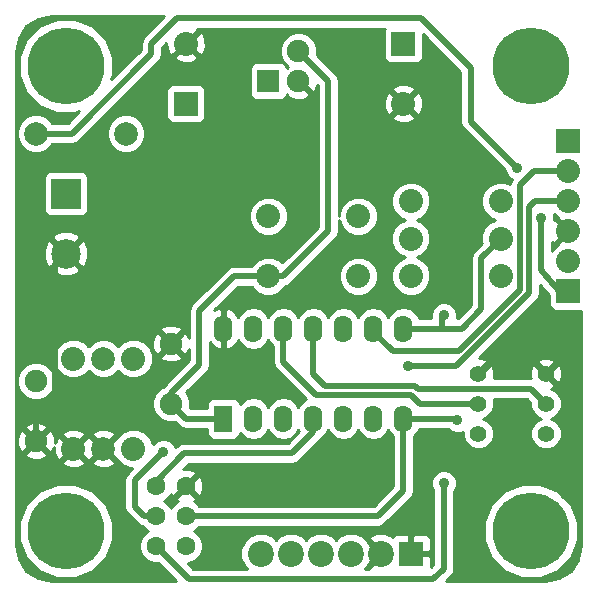
<source format=gtl>
G04 (created by PCBNEW (2013-07-07 BZR 4022)-stable) date 02/06/2014 16:55:50*
%MOIN*%
G04 Gerber Fmt 3.4, Leading zero omitted, Abs format*
%FSLAX34Y34*%
G01*
G70*
G90*
G04 APERTURE LIST*
%ADD10C,0.00590551*%
%ADD11C,0.08*%
%ADD12R,0.075X0.075*%
%ADD13C,0.075*%
%ADD14C,0.2559*%
%ADD15C,0.0551181*%
%ADD16R,0.08X0.08*%
%ADD17C,0.0787*%
%ADD18C,0.063*%
%ADD19R,0.0984X0.0984*%
%ADD20C,0.0984*%
%ADD21R,0.0827X0.0827*%
%ADD22C,0.0866*%
%ADD23R,0.062X0.09*%
%ADD24O,0.062X0.09*%
%ADD25C,0.035*%
%ADD26C,0.02*%
%ADD27C,0.01*%
G04 APERTURE END LIST*
G54D10*
G54D11*
X13750Y2000D03*
X13750Y4000D03*
X16750Y2000D03*
X16750Y4000D03*
G54D12*
X13750Y8500D03*
G54D13*
X14750Y8500D03*
X14750Y9500D03*
X6000Y-1500D03*
X6000Y-3500D03*
G54D14*
X7000Y9000D03*
X22500Y-6500D03*
X22500Y9000D03*
X7000Y-6500D03*
G54D15*
X20750Y-1250D03*
X20750Y-3250D03*
X20750Y-2250D03*
X23000Y-1250D03*
X23000Y-3250D03*
X23000Y-2250D03*
G54D13*
X10500Y-250D03*
X10500Y-2250D03*
G54D16*
X18250Y9750D03*
G54D11*
X18250Y7750D03*
G54D17*
X8250Y-750D03*
X8250Y-3750D03*
G54D16*
X11000Y7750D03*
G54D11*
X11000Y9750D03*
G54D17*
X9000Y6750D03*
X6000Y6750D03*
G54D18*
X10000Y-7000D03*
X11000Y-7000D03*
X10000Y-6000D03*
X11000Y-6000D03*
X10000Y-5000D03*
X11000Y-5000D03*
G54D19*
X7000Y4750D03*
G54D20*
X7000Y2750D03*
G54D21*
X18500Y-7250D03*
G54D22*
X17500Y-7250D03*
X16500Y-7250D03*
X15500Y-7250D03*
X14500Y-7250D03*
X13500Y-7250D03*
G54D16*
X23750Y6500D03*
G54D11*
X23750Y5500D03*
X23750Y4500D03*
X9250Y-750D03*
X9250Y-3750D03*
X7250Y-750D03*
X7250Y-3750D03*
X18500Y3250D03*
X21500Y3250D03*
X18500Y2000D03*
X21500Y2000D03*
X18500Y4500D03*
X21500Y4500D03*
G54D23*
X12250Y-2750D03*
G54D24*
X13250Y-2750D03*
X14250Y-2750D03*
X15250Y-2750D03*
X16250Y-2750D03*
X17250Y-2750D03*
X18250Y-2750D03*
X18250Y250D03*
X17250Y250D03*
X16250Y250D03*
X15250Y250D03*
X14250Y250D03*
X13250Y250D03*
X12250Y250D03*
G54D16*
X23750Y1500D03*
G54D11*
X23750Y2500D03*
X23750Y3500D03*
G54D25*
X23850Y-3350D03*
X19600Y-4900D03*
X19600Y700D03*
X20050Y-2800D03*
X22850Y3950D03*
X22050Y5600D03*
X18400Y-1000D03*
X10250Y-3850D03*
G54D26*
X12250Y-2750D02*
X11000Y-2750D01*
X11000Y-2750D02*
X10500Y-2250D01*
X10500Y-2250D02*
X10500Y-1900D01*
X10500Y-1900D02*
X11450Y-950D01*
X11450Y-950D02*
X11450Y850D01*
X11450Y850D02*
X12600Y2000D01*
X12600Y2000D02*
X13750Y2000D01*
X13750Y2000D02*
X14250Y2000D01*
X14250Y2000D02*
X15750Y3500D01*
X15750Y3500D02*
X15750Y8500D01*
X15750Y8500D02*
X14750Y9500D01*
X23900Y-2150D02*
X23000Y-1250D01*
X23900Y-3300D02*
X23900Y-2150D01*
X23850Y-3350D02*
X23900Y-3300D01*
X6000Y-3500D02*
X6000Y-2750D01*
X6650Y2400D02*
X7000Y2750D01*
X6650Y-2100D02*
X6650Y2400D01*
X6000Y-2750D02*
X6650Y-2100D01*
X11100Y-8100D02*
X10000Y-7000D01*
X19250Y-8100D02*
X11100Y-8100D01*
X19600Y-7750D02*
X19250Y-8100D01*
X19600Y-4900D02*
X19600Y-7750D01*
X19550Y250D02*
X19550Y650D01*
X19550Y650D02*
X19600Y700D01*
X18250Y250D02*
X19550Y250D01*
X19550Y250D02*
X20200Y250D01*
X20850Y2600D02*
X21500Y3250D01*
X20850Y900D02*
X20850Y2600D01*
X20200Y250D02*
X20850Y900D01*
X18250Y-2750D02*
X20000Y-2750D01*
X20000Y-2750D02*
X20050Y-2800D01*
X11000Y-6000D02*
X17400Y-6000D01*
X18250Y-5150D02*
X18250Y-2750D01*
X17400Y-6000D02*
X18250Y-5150D01*
X6000Y6750D02*
X7200Y6750D01*
X23450Y1500D02*
X23750Y1500D01*
X22836Y2188D02*
X23450Y1500D01*
X22850Y3950D02*
X22836Y2188D01*
X20500Y7150D02*
X22050Y5600D01*
X20500Y8950D02*
X20500Y7150D01*
X18850Y10600D02*
X20500Y8950D01*
X10700Y10600D02*
X18850Y10600D01*
X9850Y9750D02*
X10700Y10600D01*
X9850Y9400D02*
X9850Y9750D01*
X7200Y6750D02*
X9850Y9400D01*
X22450Y3600D02*
X22450Y4300D01*
X22650Y4500D02*
X23750Y4500D01*
X22450Y4300D02*
X22650Y4500D01*
X18400Y-1000D02*
X20000Y-1000D01*
X22450Y1450D02*
X22450Y3600D01*
X20000Y-1000D02*
X22450Y1450D01*
X15250Y250D02*
X15250Y-1250D01*
X22500Y-1750D02*
X23000Y-2250D01*
X18750Y-1750D02*
X22500Y-1750D01*
X18650Y-1650D02*
X18750Y-1750D01*
X15650Y-1650D02*
X18650Y-1650D01*
X15250Y-1250D02*
X15650Y-1650D01*
X14250Y250D02*
X14250Y-850D01*
X14250Y-850D02*
X15350Y-1950D01*
X20750Y-2250D02*
X18800Y-2250D01*
X18500Y-1950D02*
X15350Y-1950D01*
X18800Y-2250D02*
X18500Y-1950D01*
X10000Y-5000D02*
X10000Y-4850D01*
X15250Y-3200D02*
X15250Y-2750D01*
X14550Y-3900D02*
X15250Y-3200D01*
X10950Y-3900D02*
X14550Y-3900D01*
X10000Y-4850D02*
X10950Y-3900D01*
X22150Y4450D02*
X22150Y5050D01*
X22600Y5500D02*
X23750Y5500D01*
X22150Y5050D02*
X22600Y5500D01*
X21975Y1375D02*
X22150Y1550D01*
X22150Y1550D02*
X22150Y4450D01*
X20100Y-500D02*
X21975Y1375D01*
X17900Y-500D02*
X20100Y-500D01*
X9600Y-6000D02*
X10000Y-6000D01*
X9300Y-5700D02*
X9600Y-6000D01*
X9300Y-4800D02*
X9300Y-5700D01*
X10250Y-3850D02*
X9300Y-4800D01*
X17250Y250D02*
X17250Y150D01*
X17250Y150D02*
X17900Y-500D01*
G54D10*
G36*
X17900Y-5005D02*
X17255Y-5650D01*
X11569Y-5650D01*
X11569Y-5085D01*
X11559Y-4860D01*
X11493Y-4703D01*
X11396Y-4673D01*
X11070Y-5000D01*
X11396Y-5326D01*
X11493Y-5296D01*
X11569Y-5085D01*
X11569Y-5650D01*
X11448Y-5650D01*
X11320Y-5521D01*
X11275Y-5502D01*
X11296Y-5493D01*
X11326Y-5396D01*
X11000Y-5070D01*
X10673Y-5396D01*
X10703Y-5493D01*
X10725Y-5501D01*
X10680Y-5520D01*
X10521Y-5679D01*
X10500Y-5730D01*
X10479Y-5680D01*
X10320Y-5521D01*
X10269Y-5500D01*
X10319Y-5479D01*
X10478Y-5320D01*
X10497Y-5275D01*
X10506Y-5296D01*
X10603Y-5326D01*
X10929Y-5000D01*
X10923Y-4994D01*
X10994Y-4923D01*
X11000Y-4929D01*
X11326Y-4603D01*
X11296Y-4506D01*
X11085Y-4430D01*
X10906Y-4438D01*
X11094Y-4250D01*
X14550Y-4250D01*
X14683Y-4223D01*
X14683Y-4223D01*
X14797Y-4147D01*
X15497Y-3447D01*
X15497Y-3447D01*
X15497Y-3447D01*
X15556Y-3359D01*
X15645Y-3299D01*
X15750Y-3144D01*
X15854Y-3299D01*
X16035Y-3421D01*
X16250Y-3463D01*
X16464Y-3421D01*
X16645Y-3299D01*
X16750Y-3144D01*
X16854Y-3299D01*
X17035Y-3421D01*
X17250Y-3463D01*
X17464Y-3421D01*
X17645Y-3299D01*
X17750Y-3144D01*
X17854Y-3299D01*
X17900Y-3330D01*
X17900Y-5005D01*
X17900Y-5005D01*
G37*
G54D27*
X17900Y-5005D02*
X17255Y-5650D01*
X11569Y-5650D01*
X11569Y-5085D01*
X11559Y-4860D01*
X11493Y-4703D01*
X11396Y-4673D01*
X11070Y-5000D01*
X11396Y-5326D01*
X11493Y-5296D01*
X11569Y-5085D01*
X11569Y-5650D01*
X11448Y-5650D01*
X11320Y-5521D01*
X11275Y-5502D01*
X11296Y-5493D01*
X11326Y-5396D01*
X11000Y-5070D01*
X10673Y-5396D01*
X10703Y-5493D01*
X10725Y-5501D01*
X10680Y-5520D01*
X10521Y-5679D01*
X10500Y-5730D01*
X10479Y-5680D01*
X10320Y-5521D01*
X10269Y-5500D01*
X10319Y-5479D01*
X10478Y-5320D01*
X10497Y-5275D01*
X10506Y-5296D01*
X10603Y-5326D01*
X10929Y-5000D01*
X10923Y-4994D01*
X10994Y-4923D01*
X11000Y-4929D01*
X11326Y-4603D01*
X11296Y-4506D01*
X11085Y-4430D01*
X10906Y-4438D01*
X11094Y-4250D01*
X14550Y-4250D01*
X14683Y-4223D01*
X14683Y-4223D01*
X14797Y-4147D01*
X15497Y-3447D01*
X15497Y-3447D01*
X15497Y-3447D01*
X15556Y-3359D01*
X15645Y-3299D01*
X15750Y-3144D01*
X15854Y-3299D01*
X16035Y-3421D01*
X16250Y-3463D01*
X16464Y-3421D01*
X16645Y-3299D01*
X16750Y-3144D01*
X16854Y-3299D01*
X17035Y-3421D01*
X17250Y-3463D01*
X17464Y-3421D01*
X17645Y-3299D01*
X17750Y-3144D01*
X17854Y-3299D01*
X17900Y-3330D01*
X17900Y-5005D01*
G54D10*
G36*
X21852Y5222D02*
X21826Y5183D01*
X21805Y5077D01*
X21629Y5149D01*
X21371Y5150D01*
X21132Y5051D01*
X20949Y4868D01*
X20850Y4629D01*
X20849Y4371D01*
X20948Y4132D01*
X21131Y3949D01*
X21310Y3874D01*
X21132Y3801D01*
X20949Y3618D01*
X20850Y3379D01*
X20849Y3121D01*
X20857Y3102D01*
X20602Y2847D01*
X20526Y2733D01*
X20500Y2600D01*
X20500Y1044D01*
X20055Y600D01*
X20018Y600D01*
X20024Y615D01*
X20025Y784D01*
X19960Y940D01*
X19841Y1060D01*
X19684Y1124D01*
X19515Y1125D01*
X19359Y1060D01*
X19239Y941D01*
X19175Y784D01*
X19174Y615D01*
X19181Y600D01*
X19150Y600D01*
X19150Y2128D01*
X19051Y2367D01*
X18868Y2550D01*
X18689Y2625D01*
X18867Y2698D01*
X19050Y2881D01*
X19149Y3120D01*
X19150Y3378D01*
X19051Y3617D01*
X18868Y3800D01*
X18689Y3875D01*
X18867Y3948D01*
X19050Y4131D01*
X19149Y4370D01*
X19150Y4628D01*
X19051Y4867D01*
X18904Y5015D01*
X18904Y7644D01*
X18894Y7902D01*
X18814Y8097D01*
X18708Y8137D01*
X18637Y8066D01*
X18637Y8208D01*
X18597Y8314D01*
X18355Y8404D01*
X18097Y8394D01*
X17902Y8314D01*
X17862Y8208D01*
X18250Y7820D01*
X18637Y8208D01*
X18637Y8066D01*
X18320Y7750D01*
X18708Y7362D01*
X18814Y7402D01*
X18904Y7644D01*
X18904Y5015D01*
X18868Y5050D01*
X18637Y5146D01*
X18637Y7291D01*
X18250Y7679D01*
X18179Y7608D01*
X18179Y7750D01*
X17791Y8137D01*
X17685Y8097D01*
X17595Y7855D01*
X17605Y7597D01*
X17685Y7402D01*
X17791Y7362D01*
X18179Y7750D01*
X18179Y7608D01*
X17862Y7291D01*
X17902Y7185D01*
X18144Y7095D01*
X18402Y7105D01*
X18597Y7185D01*
X18637Y7291D01*
X18637Y5146D01*
X18629Y5149D01*
X18371Y5150D01*
X18132Y5051D01*
X17949Y4868D01*
X17850Y4629D01*
X17849Y4371D01*
X17948Y4132D01*
X18131Y3949D01*
X18310Y3874D01*
X18132Y3801D01*
X17949Y3618D01*
X17850Y3379D01*
X17849Y3121D01*
X17948Y2882D01*
X18131Y2699D01*
X18310Y2624D01*
X18132Y2551D01*
X17949Y2368D01*
X17850Y2129D01*
X17849Y1871D01*
X17948Y1632D01*
X18131Y1449D01*
X18370Y1350D01*
X18628Y1349D01*
X18867Y1448D01*
X19050Y1631D01*
X19149Y1870D01*
X19150Y2128D01*
X19150Y600D01*
X18770Y600D01*
X18767Y618D01*
X18645Y799D01*
X18464Y921D01*
X18250Y963D01*
X18035Y921D01*
X17854Y799D01*
X17750Y644D01*
X17645Y799D01*
X17464Y921D01*
X17400Y933D01*
X17400Y2128D01*
X17301Y2367D01*
X17118Y2550D01*
X16879Y2649D01*
X16621Y2650D01*
X16382Y2551D01*
X16199Y2368D01*
X16100Y2129D01*
X16099Y1871D01*
X16198Y1632D01*
X16381Y1449D01*
X16620Y1350D01*
X16878Y1349D01*
X17117Y1448D01*
X17300Y1631D01*
X17399Y1870D01*
X17400Y2128D01*
X17400Y933D01*
X17250Y963D01*
X17035Y921D01*
X16854Y799D01*
X16750Y644D01*
X16645Y799D01*
X16464Y921D01*
X16250Y963D01*
X16035Y921D01*
X15854Y799D01*
X15750Y644D01*
X15645Y799D01*
X15464Y921D01*
X15250Y963D01*
X15035Y921D01*
X14854Y799D01*
X14749Y644D01*
X14645Y799D01*
X14464Y921D01*
X14250Y963D01*
X14035Y921D01*
X13854Y799D01*
X13749Y644D01*
X13645Y799D01*
X13464Y921D01*
X13250Y963D01*
X13035Y921D01*
X12854Y799D01*
X12750Y644D01*
X12748Y650D01*
X12610Y821D01*
X12418Y926D01*
X12386Y933D01*
X12300Y884D01*
X12300Y300D01*
X12307Y300D01*
X12307Y200D01*
X12300Y200D01*
X12300Y-384D01*
X12386Y-433D01*
X12418Y-426D01*
X12610Y-321D01*
X12748Y-150D01*
X12750Y-144D01*
X12854Y-299D01*
X13035Y-421D01*
X13250Y-463D01*
X13464Y-421D01*
X13645Y-299D01*
X13750Y-144D01*
X13854Y-299D01*
X13900Y-330D01*
X13900Y-850D01*
X13926Y-983D01*
X14002Y-1097D01*
X15004Y-2099D01*
X14854Y-2200D01*
X14749Y-2355D01*
X14645Y-2200D01*
X14464Y-2078D01*
X14250Y-2036D01*
X14035Y-2078D01*
X13854Y-2200D01*
X13749Y-2355D01*
X13645Y-2200D01*
X13464Y-2078D01*
X13250Y-2036D01*
X13035Y-2078D01*
X12854Y-2200D01*
X12810Y-2266D01*
X12810Y-2250D01*
X12772Y-2158D01*
X12701Y-2088D01*
X12609Y-2050D01*
X12510Y-2049D01*
X11890Y-2049D01*
X11798Y-2087D01*
X11728Y-2158D01*
X11690Y-2250D01*
X11689Y-2349D01*
X11689Y-2400D01*
X11144Y-2400D01*
X11123Y-2378D01*
X11124Y-2374D01*
X11125Y-2126D01*
X11030Y-1896D01*
X11014Y-1880D01*
X11697Y-1197D01*
X11773Y-1083D01*
X11800Y-950D01*
X11800Y-210D01*
X11889Y-321D01*
X12081Y-426D01*
X12113Y-433D01*
X12200Y-384D01*
X12200Y200D01*
X12192Y200D01*
X12192Y300D01*
X12200Y300D01*
X12200Y884D01*
X12113Y933D01*
X12081Y926D01*
X11948Y853D01*
X12744Y1650D01*
X13191Y1650D01*
X13198Y1632D01*
X13381Y1449D01*
X13620Y1350D01*
X13878Y1349D01*
X14117Y1448D01*
X14300Y1631D01*
X14313Y1662D01*
X14383Y1676D01*
X14383Y1676D01*
X14497Y1752D01*
X15997Y3252D01*
X15997Y3252D01*
X15997Y3252D01*
X16073Y3366D01*
X16100Y3500D01*
X16100Y3871D01*
X16198Y3632D01*
X16381Y3449D01*
X16620Y3350D01*
X16878Y3349D01*
X17117Y3448D01*
X17300Y3631D01*
X17399Y3870D01*
X17400Y4128D01*
X17301Y4367D01*
X17118Y4550D01*
X16879Y4649D01*
X16621Y4650D01*
X16382Y4551D01*
X16199Y4368D01*
X16100Y4129D01*
X16100Y4000D01*
X16100Y8500D01*
X16073Y8633D01*
X15997Y8747D01*
X15373Y9371D01*
X15374Y9375D01*
X15375Y9623D01*
X15280Y9853D01*
X15104Y10029D01*
X14874Y10124D01*
X14626Y10125D01*
X14396Y10030D01*
X14220Y9854D01*
X14125Y9624D01*
X14124Y9376D01*
X14219Y9146D01*
X14392Y8973D01*
X14380Y8940D01*
X14360Y8960D01*
X14337Y9016D01*
X14266Y9086D01*
X14174Y9124D01*
X14075Y9125D01*
X13325Y9125D01*
X13233Y9087D01*
X13163Y9016D01*
X13125Y8924D01*
X13124Y8825D01*
X13124Y8075D01*
X13162Y7983D01*
X13233Y7913D01*
X13325Y7875D01*
X13424Y7874D01*
X14174Y7874D01*
X14266Y7912D01*
X14336Y7983D01*
X14360Y8039D01*
X14380Y8059D01*
X14417Y7956D01*
X14650Y7870D01*
X14898Y7880D01*
X15082Y7956D01*
X15119Y8059D01*
X14750Y8429D01*
X14744Y8423D01*
X14679Y8488D01*
X14673Y8494D01*
X14679Y8500D01*
X14673Y8505D01*
X14744Y8576D01*
X14750Y8570D01*
X14755Y8576D01*
X14826Y8505D01*
X14820Y8500D01*
X15190Y8130D01*
X15293Y8167D01*
X15372Y8382D01*
X15400Y8355D01*
X15400Y3644D01*
X15119Y3364D01*
X14400Y2645D01*
X14400Y4128D01*
X14301Y4367D01*
X14118Y4550D01*
X13879Y4649D01*
X13621Y4650D01*
X13382Y4551D01*
X13199Y4368D01*
X13100Y4129D01*
X13099Y3871D01*
X13198Y3632D01*
X13381Y3449D01*
X13620Y3350D01*
X13878Y3349D01*
X14117Y3448D01*
X14300Y3631D01*
X14399Y3870D01*
X14400Y4128D01*
X14400Y2645D01*
X14212Y2457D01*
X14118Y2550D01*
X13879Y2649D01*
X13621Y2650D01*
X13382Y2551D01*
X13199Y2368D01*
X13191Y2350D01*
X12600Y2350D01*
X12599Y2350D01*
X12466Y2323D01*
X12352Y2247D01*
X12352Y2247D01*
X12352Y2247D01*
X11654Y1549D01*
X11654Y9644D01*
X11644Y9902D01*
X11564Y10097D01*
X11458Y10137D01*
X11070Y9750D01*
X11458Y9362D01*
X11564Y9402D01*
X11654Y9644D01*
X11654Y1549D01*
X11650Y1545D01*
X11650Y7399D01*
X11650Y8199D01*
X11612Y8291D01*
X11541Y8361D01*
X11449Y8399D01*
X11387Y8400D01*
X11387Y9291D01*
X11000Y9679D01*
X10612Y9291D01*
X10652Y9185D01*
X10894Y9095D01*
X11152Y9105D01*
X11347Y9185D01*
X11387Y9291D01*
X11387Y8400D01*
X11350Y8400D01*
X10550Y8400D01*
X10458Y8362D01*
X10388Y8291D01*
X10350Y8199D01*
X10349Y8100D01*
X10349Y7300D01*
X10387Y7208D01*
X10458Y7138D01*
X10550Y7100D01*
X10649Y7099D01*
X11449Y7099D01*
X11541Y7137D01*
X11611Y7208D01*
X11649Y7300D01*
X11650Y7399D01*
X11650Y1545D01*
X11202Y1097D01*
X11126Y983D01*
X11100Y850D01*
X11100Y-53D01*
X11043Y82D01*
X10940Y119D01*
X10869Y48D01*
X10869Y190D01*
X10832Y293D01*
X10599Y379D01*
X10351Y369D01*
X10167Y293D01*
X10130Y190D01*
X10500Y-179D01*
X10869Y190D01*
X10869Y48D01*
X10570Y-250D01*
X10940Y-619D01*
X11043Y-582D01*
X11100Y-429D01*
X11100Y-805D01*
X10869Y-1035D01*
X10869Y-690D01*
X10500Y-320D01*
X10429Y-391D01*
X10429Y-250D01*
X10059Y119D01*
X9956Y82D01*
X9870Y-150D01*
X9880Y-398D01*
X9956Y-582D01*
X10059Y-619D01*
X10429Y-250D01*
X10429Y-391D01*
X10130Y-690D01*
X10167Y-793D01*
X10400Y-879D01*
X10648Y-869D01*
X10832Y-793D01*
X10869Y-690D01*
X10869Y-1035D01*
X10252Y-1652D01*
X10230Y-1684D01*
X10146Y-1719D01*
X9970Y-1895D01*
X9900Y-2064D01*
X9900Y-621D01*
X9801Y-382D01*
X9643Y-224D01*
X9643Y6877D01*
X9545Y7114D01*
X9364Y7295D01*
X9128Y7393D01*
X8872Y7393D01*
X8635Y7295D01*
X8454Y7114D01*
X8356Y6878D01*
X8356Y6622D01*
X8454Y6385D01*
X8635Y6204D01*
X8871Y6106D01*
X9127Y6106D01*
X9364Y6204D01*
X9545Y6385D01*
X9643Y6621D01*
X9643Y6877D01*
X9643Y-224D01*
X9618Y-199D01*
X9379Y-100D01*
X9121Y-99D01*
X8882Y-198D01*
X8745Y-335D01*
X8614Y-204D01*
X8378Y-106D01*
X8122Y-106D01*
X7885Y-204D01*
X7754Y-335D01*
X7745Y-326D01*
X7745Y2622D01*
X7742Y2758D01*
X7742Y4307D01*
X7742Y5291D01*
X7704Y5383D01*
X7633Y5453D01*
X7541Y5491D01*
X7442Y5492D01*
X6458Y5492D01*
X6366Y5454D01*
X6296Y5383D01*
X6258Y5291D01*
X6257Y5192D01*
X6257Y4208D01*
X6295Y4116D01*
X6366Y4046D01*
X6458Y4008D01*
X6557Y4007D01*
X7541Y4007D01*
X7633Y4045D01*
X7703Y4116D01*
X7741Y4208D01*
X7742Y4307D01*
X7742Y2758D01*
X7737Y2917D01*
X7640Y3153D01*
X7524Y3204D01*
X7454Y3133D01*
X7454Y3274D01*
X7403Y3390D01*
X7127Y3495D01*
X6832Y3487D01*
X6596Y3390D01*
X6545Y3274D01*
X7000Y2820D01*
X7454Y3274D01*
X7454Y3133D01*
X7070Y2750D01*
X7524Y2295D01*
X7640Y2346D01*
X7745Y2622D01*
X7745Y-326D01*
X7618Y-199D01*
X7454Y-130D01*
X7454Y2225D01*
X7000Y2679D01*
X6929Y2608D01*
X6929Y2750D01*
X6475Y3204D01*
X6359Y3153D01*
X6254Y2877D01*
X6262Y2582D01*
X6359Y2346D01*
X6475Y2295D01*
X6929Y2750D01*
X6929Y2608D01*
X6545Y2225D01*
X6596Y2109D01*
X6872Y2004D01*
X7167Y2012D01*
X7403Y2109D01*
X7454Y2225D01*
X7454Y-130D01*
X7379Y-100D01*
X7121Y-99D01*
X6882Y-198D01*
X6699Y-381D01*
X6600Y-620D01*
X6599Y-878D01*
X6698Y-1117D01*
X6881Y-1300D01*
X7120Y-1399D01*
X7378Y-1400D01*
X7617Y-1301D01*
X7754Y-1164D01*
X7885Y-1295D01*
X8121Y-1393D01*
X8377Y-1393D01*
X8614Y-1295D01*
X8745Y-1164D01*
X8881Y-1300D01*
X9120Y-1399D01*
X9378Y-1400D01*
X9617Y-1301D01*
X9800Y-1118D01*
X9899Y-879D01*
X9900Y-621D01*
X9900Y-2064D01*
X9875Y-2125D01*
X9874Y-2373D01*
X9969Y-2603D01*
X10145Y-2779D01*
X10375Y-2874D01*
X10623Y-2875D01*
X10628Y-2873D01*
X10752Y-2997D01*
X10866Y-3073D01*
X10866Y-3073D01*
X11000Y-3100D01*
X11689Y-3100D01*
X11689Y-3249D01*
X11727Y-3341D01*
X11798Y-3411D01*
X11890Y-3449D01*
X11989Y-3450D01*
X12609Y-3450D01*
X12701Y-3412D01*
X12771Y-3341D01*
X12809Y-3249D01*
X12809Y-3233D01*
X12854Y-3299D01*
X13035Y-3421D01*
X13250Y-3463D01*
X13464Y-3421D01*
X13645Y-3299D01*
X13750Y-3144D01*
X13854Y-3299D01*
X14035Y-3421D01*
X14250Y-3463D01*
X14464Y-3421D01*
X14645Y-3299D01*
X14750Y-3144D01*
X14774Y-3180D01*
X14405Y-3550D01*
X10950Y-3550D01*
X10816Y-3576D01*
X10702Y-3652D01*
X10649Y-3705D01*
X10610Y-3609D01*
X10491Y-3489D01*
X10334Y-3425D01*
X10165Y-3424D01*
X10009Y-3489D01*
X9893Y-3605D01*
X9801Y-3382D01*
X9618Y-3199D01*
X9379Y-3100D01*
X9121Y-3099D01*
X8882Y-3198D01*
X8710Y-3369D01*
X8703Y-3367D01*
X8632Y-3437D01*
X8632Y-3296D01*
X8594Y-3191D01*
X8354Y-3102D01*
X8098Y-3111D01*
X7905Y-3191D01*
X7867Y-3296D01*
X8250Y-3679D01*
X8632Y-3296D01*
X8632Y-3437D01*
X8320Y-3750D01*
X8703Y-4132D01*
X8711Y-4130D01*
X8881Y-4300D01*
X9120Y-4399D01*
X9205Y-4399D01*
X9052Y-4552D01*
X8976Y-4666D01*
X8950Y-4800D01*
X8950Y-5700D01*
X8976Y-5833D01*
X9052Y-5947D01*
X9352Y-6247D01*
X9352Y-6247D01*
X9466Y-6323D01*
X9538Y-6337D01*
X9538Y-6337D01*
X9679Y-6478D01*
X9730Y-6499D01*
X9680Y-6520D01*
X9521Y-6679D01*
X9435Y-6887D01*
X9434Y-7111D01*
X9520Y-7319D01*
X9679Y-7478D01*
X9887Y-7564D01*
X10070Y-7565D01*
X10680Y-8175D01*
X8632Y-8175D01*
X8632Y-4203D01*
X8250Y-3820D01*
X8179Y-3891D01*
X8179Y-3750D01*
X7796Y-3367D01*
X7758Y-3381D01*
X7708Y-3362D01*
X7637Y-3433D01*
X7637Y-3291D01*
X7597Y-3185D01*
X7355Y-3095D01*
X7097Y-3105D01*
X6902Y-3185D01*
X6862Y-3291D01*
X7250Y-3679D01*
X7637Y-3291D01*
X7637Y-3433D01*
X7320Y-3750D01*
X7708Y-4137D01*
X7758Y-4118D01*
X7796Y-4132D01*
X8179Y-3750D01*
X8179Y-3891D01*
X7867Y-4203D01*
X7905Y-4308D01*
X8145Y-4397D01*
X8401Y-4388D01*
X8594Y-4308D01*
X8632Y-4203D01*
X8632Y-8175D01*
X8565Y-8175D01*
X8565Y-6189D01*
X8327Y-5614D01*
X7887Y-5173D01*
X7637Y-5069D01*
X7637Y-4208D01*
X7250Y-3820D01*
X7179Y-3891D01*
X7179Y-3750D01*
X6791Y-3362D01*
X6685Y-3402D01*
X6627Y-3558D01*
X6625Y-3490D01*
X6625Y-1376D01*
X6530Y-1146D01*
X6354Y-970D01*
X6124Y-875D01*
X5876Y-874D01*
X5646Y-969D01*
X5470Y-1145D01*
X5375Y-1375D01*
X5374Y-1623D01*
X5469Y-1853D01*
X5645Y-2029D01*
X5875Y-2124D01*
X6123Y-2125D01*
X6353Y-2030D01*
X6529Y-1854D01*
X6624Y-1624D01*
X6625Y-1376D01*
X6625Y-3490D01*
X6619Y-3351D01*
X6543Y-3167D01*
X6440Y-3130D01*
X6369Y-3201D01*
X6369Y-3059D01*
X6332Y-2956D01*
X6099Y-2870D01*
X5851Y-2880D01*
X5667Y-2956D01*
X5630Y-3059D01*
X6000Y-3429D01*
X6369Y-3059D01*
X6369Y-3201D01*
X6070Y-3500D01*
X6440Y-3869D01*
X6543Y-3832D01*
X6597Y-3686D01*
X6605Y-3902D01*
X6685Y-4097D01*
X6791Y-4137D01*
X7179Y-3750D01*
X7179Y-3891D01*
X6862Y-4208D01*
X6902Y-4314D01*
X7144Y-4404D01*
X7402Y-4394D01*
X7597Y-4314D01*
X7637Y-4208D01*
X7637Y-5069D01*
X7312Y-4934D01*
X6689Y-4934D01*
X6369Y-5066D01*
X6369Y-3940D01*
X6000Y-3570D01*
X5929Y-3641D01*
X5929Y-3500D01*
X5559Y-3130D01*
X5456Y-3167D01*
X5370Y-3400D01*
X5380Y-3648D01*
X5456Y-3832D01*
X5559Y-3869D01*
X5929Y-3500D01*
X5929Y-3641D01*
X5630Y-3940D01*
X5667Y-4043D01*
X5900Y-4129D01*
X6148Y-4119D01*
X6332Y-4043D01*
X6369Y-3940D01*
X6369Y-5066D01*
X6114Y-5172D01*
X5673Y-5612D01*
X5434Y-6187D01*
X5434Y-6810D01*
X5672Y-7385D01*
X6112Y-7826D01*
X6687Y-8065D01*
X7310Y-8065D01*
X7885Y-7827D01*
X8326Y-7387D01*
X8565Y-6812D01*
X8565Y-6189D01*
X8565Y-8175D01*
X6534Y-8175D01*
X6053Y-8079D01*
X5672Y-7825D01*
X5419Y-7446D01*
X5325Y-6968D01*
X5325Y9468D01*
X5419Y9946D01*
X5672Y10325D01*
X6053Y10579D01*
X6534Y10675D01*
X10280Y10675D01*
X9602Y9997D01*
X9526Y9883D01*
X9500Y9750D01*
X9500Y9544D01*
X8510Y8555D01*
X8565Y8687D01*
X8565Y9310D01*
X8327Y9885D01*
X7887Y10326D01*
X7312Y10565D01*
X6689Y10565D01*
X6114Y10327D01*
X5673Y9887D01*
X5434Y9312D01*
X5434Y8689D01*
X5672Y8114D01*
X6112Y7673D01*
X6687Y7434D01*
X7310Y7434D01*
X7445Y7490D01*
X7055Y7100D01*
X6551Y7100D01*
X6545Y7114D01*
X6364Y7295D01*
X6128Y7393D01*
X5872Y7393D01*
X5635Y7295D01*
X5454Y7114D01*
X5356Y6878D01*
X5356Y6622D01*
X5454Y6385D01*
X5635Y6204D01*
X5871Y6106D01*
X6127Y6106D01*
X6364Y6204D01*
X6545Y6385D01*
X6551Y6400D01*
X7200Y6400D01*
X7333Y6426D01*
X7333Y6426D01*
X7447Y6502D01*
X10097Y9152D01*
X10173Y9266D01*
X10200Y9400D01*
X10200Y9605D01*
X10349Y9754D01*
X10355Y9597D01*
X10435Y9402D01*
X10541Y9362D01*
X10929Y9750D01*
X10923Y9755D01*
X10994Y9826D01*
X11000Y9820D01*
X11387Y10208D01*
X11371Y10250D01*
X17620Y10250D01*
X17600Y10199D01*
X17599Y10100D01*
X17599Y9300D01*
X17637Y9208D01*
X17708Y9138D01*
X17800Y9100D01*
X17899Y9099D01*
X18699Y9099D01*
X18791Y9137D01*
X18861Y9208D01*
X18899Y9300D01*
X18900Y9399D01*
X18900Y10054D01*
X20150Y8805D01*
X20150Y7150D01*
X20176Y7016D01*
X20252Y6902D01*
X21624Y5530D01*
X21624Y5515D01*
X21689Y5359D01*
X21808Y5239D01*
X21852Y5222D01*
X21852Y5222D01*
G37*
G54D27*
X21852Y5222D02*
X21826Y5183D01*
X21805Y5077D01*
X21629Y5149D01*
X21371Y5150D01*
X21132Y5051D01*
X20949Y4868D01*
X20850Y4629D01*
X20849Y4371D01*
X20948Y4132D01*
X21131Y3949D01*
X21310Y3874D01*
X21132Y3801D01*
X20949Y3618D01*
X20850Y3379D01*
X20849Y3121D01*
X20857Y3102D01*
X20602Y2847D01*
X20526Y2733D01*
X20500Y2600D01*
X20500Y1044D01*
X20055Y600D01*
X20018Y600D01*
X20024Y615D01*
X20025Y784D01*
X19960Y940D01*
X19841Y1060D01*
X19684Y1124D01*
X19515Y1125D01*
X19359Y1060D01*
X19239Y941D01*
X19175Y784D01*
X19174Y615D01*
X19181Y600D01*
X19150Y600D01*
X19150Y2128D01*
X19051Y2367D01*
X18868Y2550D01*
X18689Y2625D01*
X18867Y2698D01*
X19050Y2881D01*
X19149Y3120D01*
X19150Y3378D01*
X19051Y3617D01*
X18868Y3800D01*
X18689Y3875D01*
X18867Y3948D01*
X19050Y4131D01*
X19149Y4370D01*
X19150Y4628D01*
X19051Y4867D01*
X18904Y5015D01*
X18904Y7644D01*
X18894Y7902D01*
X18814Y8097D01*
X18708Y8137D01*
X18637Y8066D01*
X18637Y8208D01*
X18597Y8314D01*
X18355Y8404D01*
X18097Y8394D01*
X17902Y8314D01*
X17862Y8208D01*
X18250Y7820D01*
X18637Y8208D01*
X18637Y8066D01*
X18320Y7750D01*
X18708Y7362D01*
X18814Y7402D01*
X18904Y7644D01*
X18904Y5015D01*
X18868Y5050D01*
X18637Y5146D01*
X18637Y7291D01*
X18250Y7679D01*
X18179Y7608D01*
X18179Y7750D01*
X17791Y8137D01*
X17685Y8097D01*
X17595Y7855D01*
X17605Y7597D01*
X17685Y7402D01*
X17791Y7362D01*
X18179Y7750D01*
X18179Y7608D01*
X17862Y7291D01*
X17902Y7185D01*
X18144Y7095D01*
X18402Y7105D01*
X18597Y7185D01*
X18637Y7291D01*
X18637Y5146D01*
X18629Y5149D01*
X18371Y5150D01*
X18132Y5051D01*
X17949Y4868D01*
X17850Y4629D01*
X17849Y4371D01*
X17948Y4132D01*
X18131Y3949D01*
X18310Y3874D01*
X18132Y3801D01*
X17949Y3618D01*
X17850Y3379D01*
X17849Y3121D01*
X17948Y2882D01*
X18131Y2699D01*
X18310Y2624D01*
X18132Y2551D01*
X17949Y2368D01*
X17850Y2129D01*
X17849Y1871D01*
X17948Y1632D01*
X18131Y1449D01*
X18370Y1350D01*
X18628Y1349D01*
X18867Y1448D01*
X19050Y1631D01*
X19149Y1870D01*
X19150Y2128D01*
X19150Y600D01*
X18770Y600D01*
X18767Y618D01*
X18645Y799D01*
X18464Y921D01*
X18250Y963D01*
X18035Y921D01*
X17854Y799D01*
X17750Y644D01*
X17645Y799D01*
X17464Y921D01*
X17400Y933D01*
X17400Y2128D01*
X17301Y2367D01*
X17118Y2550D01*
X16879Y2649D01*
X16621Y2650D01*
X16382Y2551D01*
X16199Y2368D01*
X16100Y2129D01*
X16099Y1871D01*
X16198Y1632D01*
X16381Y1449D01*
X16620Y1350D01*
X16878Y1349D01*
X17117Y1448D01*
X17300Y1631D01*
X17399Y1870D01*
X17400Y2128D01*
X17400Y933D01*
X17250Y963D01*
X17035Y921D01*
X16854Y799D01*
X16750Y644D01*
X16645Y799D01*
X16464Y921D01*
X16250Y963D01*
X16035Y921D01*
X15854Y799D01*
X15750Y644D01*
X15645Y799D01*
X15464Y921D01*
X15250Y963D01*
X15035Y921D01*
X14854Y799D01*
X14749Y644D01*
X14645Y799D01*
X14464Y921D01*
X14250Y963D01*
X14035Y921D01*
X13854Y799D01*
X13749Y644D01*
X13645Y799D01*
X13464Y921D01*
X13250Y963D01*
X13035Y921D01*
X12854Y799D01*
X12750Y644D01*
X12748Y650D01*
X12610Y821D01*
X12418Y926D01*
X12386Y933D01*
X12300Y884D01*
X12300Y300D01*
X12307Y300D01*
X12307Y200D01*
X12300Y200D01*
X12300Y-384D01*
X12386Y-433D01*
X12418Y-426D01*
X12610Y-321D01*
X12748Y-150D01*
X12750Y-144D01*
X12854Y-299D01*
X13035Y-421D01*
X13250Y-463D01*
X13464Y-421D01*
X13645Y-299D01*
X13750Y-144D01*
X13854Y-299D01*
X13900Y-330D01*
X13900Y-850D01*
X13926Y-983D01*
X14002Y-1097D01*
X15004Y-2099D01*
X14854Y-2200D01*
X14749Y-2355D01*
X14645Y-2200D01*
X14464Y-2078D01*
X14250Y-2036D01*
X14035Y-2078D01*
X13854Y-2200D01*
X13749Y-2355D01*
X13645Y-2200D01*
X13464Y-2078D01*
X13250Y-2036D01*
X13035Y-2078D01*
X12854Y-2200D01*
X12810Y-2266D01*
X12810Y-2250D01*
X12772Y-2158D01*
X12701Y-2088D01*
X12609Y-2050D01*
X12510Y-2049D01*
X11890Y-2049D01*
X11798Y-2087D01*
X11728Y-2158D01*
X11690Y-2250D01*
X11689Y-2349D01*
X11689Y-2400D01*
X11144Y-2400D01*
X11123Y-2378D01*
X11124Y-2374D01*
X11125Y-2126D01*
X11030Y-1896D01*
X11014Y-1880D01*
X11697Y-1197D01*
X11773Y-1083D01*
X11800Y-950D01*
X11800Y-210D01*
X11889Y-321D01*
X12081Y-426D01*
X12113Y-433D01*
X12200Y-384D01*
X12200Y200D01*
X12192Y200D01*
X12192Y300D01*
X12200Y300D01*
X12200Y884D01*
X12113Y933D01*
X12081Y926D01*
X11948Y853D01*
X12744Y1650D01*
X13191Y1650D01*
X13198Y1632D01*
X13381Y1449D01*
X13620Y1350D01*
X13878Y1349D01*
X14117Y1448D01*
X14300Y1631D01*
X14313Y1662D01*
X14383Y1676D01*
X14383Y1676D01*
X14497Y1752D01*
X15997Y3252D01*
X15997Y3252D01*
X15997Y3252D01*
X16073Y3366D01*
X16100Y3500D01*
X16100Y3871D01*
X16198Y3632D01*
X16381Y3449D01*
X16620Y3350D01*
X16878Y3349D01*
X17117Y3448D01*
X17300Y3631D01*
X17399Y3870D01*
X17400Y4128D01*
X17301Y4367D01*
X17118Y4550D01*
X16879Y4649D01*
X16621Y4650D01*
X16382Y4551D01*
X16199Y4368D01*
X16100Y4129D01*
X16100Y4000D01*
X16100Y8500D01*
X16073Y8633D01*
X15997Y8747D01*
X15373Y9371D01*
X15374Y9375D01*
X15375Y9623D01*
X15280Y9853D01*
X15104Y10029D01*
X14874Y10124D01*
X14626Y10125D01*
X14396Y10030D01*
X14220Y9854D01*
X14125Y9624D01*
X14124Y9376D01*
X14219Y9146D01*
X14392Y8973D01*
X14380Y8940D01*
X14360Y8960D01*
X14337Y9016D01*
X14266Y9086D01*
X14174Y9124D01*
X14075Y9125D01*
X13325Y9125D01*
X13233Y9087D01*
X13163Y9016D01*
X13125Y8924D01*
X13124Y8825D01*
X13124Y8075D01*
X13162Y7983D01*
X13233Y7913D01*
X13325Y7875D01*
X13424Y7874D01*
X14174Y7874D01*
X14266Y7912D01*
X14336Y7983D01*
X14360Y8039D01*
X14380Y8059D01*
X14417Y7956D01*
X14650Y7870D01*
X14898Y7880D01*
X15082Y7956D01*
X15119Y8059D01*
X14750Y8429D01*
X14744Y8423D01*
X14679Y8488D01*
X14673Y8494D01*
X14679Y8500D01*
X14673Y8505D01*
X14744Y8576D01*
X14750Y8570D01*
X14755Y8576D01*
X14826Y8505D01*
X14820Y8500D01*
X15190Y8130D01*
X15293Y8167D01*
X15372Y8382D01*
X15400Y8355D01*
X15400Y3644D01*
X15119Y3364D01*
X14400Y2645D01*
X14400Y4128D01*
X14301Y4367D01*
X14118Y4550D01*
X13879Y4649D01*
X13621Y4650D01*
X13382Y4551D01*
X13199Y4368D01*
X13100Y4129D01*
X13099Y3871D01*
X13198Y3632D01*
X13381Y3449D01*
X13620Y3350D01*
X13878Y3349D01*
X14117Y3448D01*
X14300Y3631D01*
X14399Y3870D01*
X14400Y4128D01*
X14400Y2645D01*
X14212Y2457D01*
X14118Y2550D01*
X13879Y2649D01*
X13621Y2650D01*
X13382Y2551D01*
X13199Y2368D01*
X13191Y2350D01*
X12600Y2350D01*
X12599Y2350D01*
X12466Y2323D01*
X12352Y2247D01*
X12352Y2247D01*
X12352Y2247D01*
X11654Y1549D01*
X11654Y9644D01*
X11644Y9902D01*
X11564Y10097D01*
X11458Y10137D01*
X11070Y9750D01*
X11458Y9362D01*
X11564Y9402D01*
X11654Y9644D01*
X11654Y1549D01*
X11650Y1545D01*
X11650Y7399D01*
X11650Y8199D01*
X11612Y8291D01*
X11541Y8361D01*
X11449Y8399D01*
X11387Y8400D01*
X11387Y9291D01*
X11000Y9679D01*
X10612Y9291D01*
X10652Y9185D01*
X10894Y9095D01*
X11152Y9105D01*
X11347Y9185D01*
X11387Y9291D01*
X11387Y8400D01*
X11350Y8400D01*
X10550Y8400D01*
X10458Y8362D01*
X10388Y8291D01*
X10350Y8199D01*
X10349Y8100D01*
X10349Y7300D01*
X10387Y7208D01*
X10458Y7138D01*
X10550Y7100D01*
X10649Y7099D01*
X11449Y7099D01*
X11541Y7137D01*
X11611Y7208D01*
X11649Y7300D01*
X11650Y7399D01*
X11650Y1545D01*
X11202Y1097D01*
X11126Y983D01*
X11100Y850D01*
X11100Y-53D01*
X11043Y82D01*
X10940Y119D01*
X10869Y48D01*
X10869Y190D01*
X10832Y293D01*
X10599Y379D01*
X10351Y369D01*
X10167Y293D01*
X10130Y190D01*
X10500Y-179D01*
X10869Y190D01*
X10869Y48D01*
X10570Y-250D01*
X10940Y-619D01*
X11043Y-582D01*
X11100Y-429D01*
X11100Y-805D01*
X10869Y-1035D01*
X10869Y-690D01*
X10500Y-320D01*
X10429Y-391D01*
X10429Y-250D01*
X10059Y119D01*
X9956Y82D01*
X9870Y-150D01*
X9880Y-398D01*
X9956Y-582D01*
X10059Y-619D01*
X10429Y-250D01*
X10429Y-391D01*
X10130Y-690D01*
X10167Y-793D01*
X10400Y-879D01*
X10648Y-869D01*
X10832Y-793D01*
X10869Y-690D01*
X10869Y-1035D01*
X10252Y-1652D01*
X10230Y-1684D01*
X10146Y-1719D01*
X9970Y-1895D01*
X9900Y-2064D01*
X9900Y-621D01*
X9801Y-382D01*
X9643Y-224D01*
X9643Y6877D01*
X9545Y7114D01*
X9364Y7295D01*
X9128Y7393D01*
X8872Y7393D01*
X8635Y7295D01*
X8454Y7114D01*
X8356Y6878D01*
X8356Y6622D01*
X8454Y6385D01*
X8635Y6204D01*
X8871Y6106D01*
X9127Y6106D01*
X9364Y6204D01*
X9545Y6385D01*
X9643Y6621D01*
X9643Y6877D01*
X9643Y-224D01*
X9618Y-199D01*
X9379Y-100D01*
X9121Y-99D01*
X8882Y-198D01*
X8745Y-335D01*
X8614Y-204D01*
X8378Y-106D01*
X8122Y-106D01*
X7885Y-204D01*
X7754Y-335D01*
X7745Y-326D01*
X7745Y2622D01*
X7742Y2758D01*
X7742Y4307D01*
X7742Y5291D01*
X7704Y5383D01*
X7633Y5453D01*
X7541Y5491D01*
X7442Y5492D01*
X6458Y5492D01*
X6366Y5454D01*
X6296Y5383D01*
X6258Y5291D01*
X6257Y5192D01*
X6257Y4208D01*
X6295Y4116D01*
X6366Y4046D01*
X6458Y4008D01*
X6557Y4007D01*
X7541Y4007D01*
X7633Y4045D01*
X7703Y4116D01*
X7741Y4208D01*
X7742Y4307D01*
X7742Y2758D01*
X7737Y2917D01*
X7640Y3153D01*
X7524Y3204D01*
X7454Y3133D01*
X7454Y3274D01*
X7403Y3390D01*
X7127Y3495D01*
X6832Y3487D01*
X6596Y3390D01*
X6545Y3274D01*
X7000Y2820D01*
X7454Y3274D01*
X7454Y3133D01*
X7070Y2750D01*
X7524Y2295D01*
X7640Y2346D01*
X7745Y2622D01*
X7745Y-326D01*
X7618Y-199D01*
X7454Y-130D01*
X7454Y2225D01*
X7000Y2679D01*
X6929Y2608D01*
X6929Y2750D01*
X6475Y3204D01*
X6359Y3153D01*
X6254Y2877D01*
X6262Y2582D01*
X6359Y2346D01*
X6475Y2295D01*
X6929Y2750D01*
X6929Y2608D01*
X6545Y2225D01*
X6596Y2109D01*
X6872Y2004D01*
X7167Y2012D01*
X7403Y2109D01*
X7454Y2225D01*
X7454Y-130D01*
X7379Y-100D01*
X7121Y-99D01*
X6882Y-198D01*
X6699Y-381D01*
X6600Y-620D01*
X6599Y-878D01*
X6698Y-1117D01*
X6881Y-1300D01*
X7120Y-1399D01*
X7378Y-1400D01*
X7617Y-1301D01*
X7754Y-1164D01*
X7885Y-1295D01*
X8121Y-1393D01*
X8377Y-1393D01*
X8614Y-1295D01*
X8745Y-1164D01*
X8881Y-1300D01*
X9120Y-1399D01*
X9378Y-1400D01*
X9617Y-1301D01*
X9800Y-1118D01*
X9899Y-879D01*
X9900Y-621D01*
X9900Y-2064D01*
X9875Y-2125D01*
X9874Y-2373D01*
X9969Y-2603D01*
X10145Y-2779D01*
X10375Y-2874D01*
X10623Y-2875D01*
X10628Y-2873D01*
X10752Y-2997D01*
X10866Y-3073D01*
X10866Y-3073D01*
X11000Y-3100D01*
X11689Y-3100D01*
X11689Y-3249D01*
X11727Y-3341D01*
X11798Y-3411D01*
X11890Y-3449D01*
X11989Y-3450D01*
X12609Y-3450D01*
X12701Y-3412D01*
X12771Y-3341D01*
X12809Y-3249D01*
X12809Y-3233D01*
X12854Y-3299D01*
X13035Y-3421D01*
X13250Y-3463D01*
X13464Y-3421D01*
X13645Y-3299D01*
X13750Y-3144D01*
X13854Y-3299D01*
X14035Y-3421D01*
X14250Y-3463D01*
X14464Y-3421D01*
X14645Y-3299D01*
X14750Y-3144D01*
X14774Y-3180D01*
X14405Y-3550D01*
X10950Y-3550D01*
X10816Y-3576D01*
X10702Y-3652D01*
X10649Y-3705D01*
X10610Y-3609D01*
X10491Y-3489D01*
X10334Y-3425D01*
X10165Y-3424D01*
X10009Y-3489D01*
X9893Y-3605D01*
X9801Y-3382D01*
X9618Y-3199D01*
X9379Y-3100D01*
X9121Y-3099D01*
X8882Y-3198D01*
X8710Y-3369D01*
X8703Y-3367D01*
X8632Y-3437D01*
X8632Y-3296D01*
X8594Y-3191D01*
X8354Y-3102D01*
X8098Y-3111D01*
X7905Y-3191D01*
X7867Y-3296D01*
X8250Y-3679D01*
X8632Y-3296D01*
X8632Y-3437D01*
X8320Y-3750D01*
X8703Y-4132D01*
X8711Y-4130D01*
X8881Y-4300D01*
X9120Y-4399D01*
X9205Y-4399D01*
X9052Y-4552D01*
X8976Y-4666D01*
X8950Y-4800D01*
X8950Y-5700D01*
X8976Y-5833D01*
X9052Y-5947D01*
X9352Y-6247D01*
X9352Y-6247D01*
X9466Y-6323D01*
X9538Y-6337D01*
X9538Y-6337D01*
X9679Y-6478D01*
X9730Y-6499D01*
X9680Y-6520D01*
X9521Y-6679D01*
X9435Y-6887D01*
X9434Y-7111D01*
X9520Y-7319D01*
X9679Y-7478D01*
X9887Y-7564D01*
X10070Y-7565D01*
X10680Y-8175D01*
X8632Y-8175D01*
X8632Y-4203D01*
X8250Y-3820D01*
X8179Y-3891D01*
X8179Y-3750D01*
X7796Y-3367D01*
X7758Y-3381D01*
X7708Y-3362D01*
X7637Y-3433D01*
X7637Y-3291D01*
X7597Y-3185D01*
X7355Y-3095D01*
X7097Y-3105D01*
X6902Y-3185D01*
X6862Y-3291D01*
X7250Y-3679D01*
X7637Y-3291D01*
X7637Y-3433D01*
X7320Y-3750D01*
X7708Y-4137D01*
X7758Y-4118D01*
X7796Y-4132D01*
X8179Y-3750D01*
X8179Y-3891D01*
X7867Y-4203D01*
X7905Y-4308D01*
X8145Y-4397D01*
X8401Y-4388D01*
X8594Y-4308D01*
X8632Y-4203D01*
X8632Y-8175D01*
X8565Y-8175D01*
X8565Y-6189D01*
X8327Y-5614D01*
X7887Y-5173D01*
X7637Y-5069D01*
X7637Y-4208D01*
X7250Y-3820D01*
X7179Y-3891D01*
X7179Y-3750D01*
X6791Y-3362D01*
X6685Y-3402D01*
X6627Y-3558D01*
X6625Y-3490D01*
X6625Y-1376D01*
X6530Y-1146D01*
X6354Y-970D01*
X6124Y-875D01*
X5876Y-874D01*
X5646Y-969D01*
X5470Y-1145D01*
X5375Y-1375D01*
X5374Y-1623D01*
X5469Y-1853D01*
X5645Y-2029D01*
X5875Y-2124D01*
X6123Y-2125D01*
X6353Y-2030D01*
X6529Y-1854D01*
X6624Y-1624D01*
X6625Y-1376D01*
X6625Y-3490D01*
X6619Y-3351D01*
X6543Y-3167D01*
X6440Y-3130D01*
X6369Y-3201D01*
X6369Y-3059D01*
X6332Y-2956D01*
X6099Y-2870D01*
X5851Y-2880D01*
X5667Y-2956D01*
X5630Y-3059D01*
X6000Y-3429D01*
X6369Y-3059D01*
X6369Y-3201D01*
X6070Y-3500D01*
X6440Y-3869D01*
X6543Y-3832D01*
X6597Y-3686D01*
X6605Y-3902D01*
X6685Y-4097D01*
X6791Y-4137D01*
X7179Y-3750D01*
X7179Y-3891D01*
X6862Y-4208D01*
X6902Y-4314D01*
X7144Y-4404D01*
X7402Y-4394D01*
X7597Y-4314D01*
X7637Y-4208D01*
X7637Y-5069D01*
X7312Y-4934D01*
X6689Y-4934D01*
X6369Y-5066D01*
X6369Y-3940D01*
X6000Y-3570D01*
X5929Y-3641D01*
X5929Y-3500D01*
X5559Y-3130D01*
X5456Y-3167D01*
X5370Y-3400D01*
X5380Y-3648D01*
X5456Y-3832D01*
X5559Y-3869D01*
X5929Y-3500D01*
X5929Y-3641D01*
X5630Y-3940D01*
X5667Y-4043D01*
X5900Y-4129D01*
X6148Y-4119D01*
X6332Y-4043D01*
X6369Y-3940D01*
X6369Y-5066D01*
X6114Y-5172D01*
X5673Y-5612D01*
X5434Y-6187D01*
X5434Y-6810D01*
X5672Y-7385D01*
X6112Y-7826D01*
X6687Y-8065D01*
X7310Y-8065D01*
X7885Y-7827D01*
X8326Y-7387D01*
X8565Y-6812D01*
X8565Y-6189D01*
X8565Y-8175D01*
X6534Y-8175D01*
X6053Y-8079D01*
X5672Y-7825D01*
X5419Y-7446D01*
X5325Y-6968D01*
X5325Y9468D01*
X5419Y9946D01*
X5672Y10325D01*
X6053Y10579D01*
X6534Y10675D01*
X10280Y10675D01*
X9602Y9997D01*
X9526Y9883D01*
X9500Y9750D01*
X9500Y9544D01*
X8510Y8555D01*
X8565Y8687D01*
X8565Y9310D01*
X8327Y9885D01*
X7887Y10326D01*
X7312Y10565D01*
X6689Y10565D01*
X6114Y10327D01*
X5673Y9887D01*
X5434Y9312D01*
X5434Y8689D01*
X5672Y8114D01*
X6112Y7673D01*
X6687Y7434D01*
X7310Y7434D01*
X7445Y7490D01*
X7055Y7100D01*
X6551Y7100D01*
X6545Y7114D01*
X6364Y7295D01*
X6128Y7393D01*
X5872Y7393D01*
X5635Y7295D01*
X5454Y7114D01*
X5356Y6878D01*
X5356Y6622D01*
X5454Y6385D01*
X5635Y6204D01*
X5871Y6106D01*
X6127Y6106D01*
X6364Y6204D01*
X6545Y6385D01*
X6551Y6400D01*
X7200Y6400D01*
X7333Y6426D01*
X7333Y6426D01*
X7447Y6502D01*
X10097Y9152D01*
X10173Y9266D01*
X10200Y9400D01*
X10200Y9605D01*
X10349Y9754D01*
X10355Y9597D01*
X10435Y9402D01*
X10541Y9362D01*
X10929Y9750D01*
X10923Y9755D01*
X10994Y9826D01*
X11000Y9820D01*
X11387Y10208D01*
X11371Y10250D01*
X17620Y10250D01*
X17600Y10199D01*
X17599Y10100D01*
X17599Y9300D01*
X17637Y9208D01*
X17708Y9138D01*
X17800Y9100D01*
X17899Y9099D01*
X18699Y9099D01*
X18791Y9137D01*
X18861Y9208D01*
X18899Y9300D01*
X18900Y9399D01*
X18900Y10054D01*
X20150Y8805D01*
X20150Y7150D01*
X20176Y7016D01*
X20252Y6902D01*
X21624Y5530D01*
X21624Y5515D01*
X21689Y5359D01*
X21808Y5239D01*
X21852Y5222D01*
G54D10*
G36*
X23826Y3494D02*
X23755Y3423D01*
X23750Y3429D01*
X23362Y3041D01*
X23365Y3034D01*
X23199Y2868D01*
X23191Y2849D01*
X23193Y3149D01*
X23291Y3112D01*
X23679Y3500D01*
X23291Y3887D01*
X23274Y3881D01*
X23275Y4034D01*
X23259Y4070D01*
X23365Y3965D01*
X23362Y3958D01*
X23750Y3570D01*
X23755Y3576D01*
X23826Y3505D01*
X23820Y3500D01*
X23826Y3494D01*
X23826Y3494D01*
G37*
G54D27*
X23826Y3494D02*
X23755Y3423D01*
X23750Y3429D01*
X23362Y3041D01*
X23365Y3034D01*
X23199Y2868D01*
X23191Y2849D01*
X23193Y3149D01*
X23291Y3112D01*
X23679Y3500D01*
X23291Y3887D01*
X23274Y3881D01*
X23275Y4034D01*
X23259Y4070D01*
X23365Y3965D01*
X23362Y3958D01*
X23750Y3570D01*
X23755Y3576D01*
X23826Y3505D01*
X23820Y3500D01*
X23826Y3494D01*
G54D10*
G36*
X24175Y-6965D02*
X24079Y-7446D01*
X24065Y-7467D01*
X24065Y-6189D01*
X23827Y-5614D01*
X23530Y-5316D01*
X23530Y-1325D01*
X23519Y-1117D01*
X23461Y-976D01*
X23368Y-952D01*
X23297Y-1023D01*
X23297Y-881D01*
X23273Y-788D01*
X23075Y-719D01*
X22867Y-730D01*
X22726Y-788D01*
X22702Y-881D01*
X23000Y-1179D01*
X23297Y-881D01*
X23297Y-1023D01*
X23070Y-1250D01*
X23368Y-1547D01*
X23461Y-1523D01*
X23530Y-1325D01*
X23530Y-5316D01*
X23387Y-5173D01*
X22812Y-4934D01*
X22189Y-4934D01*
X21614Y-5172D01*
X21173Y-5612D01*
X20934Y-6187D01*
X20934Y-6810D01*
X21172Y-7385D01*
X21612Y-7826D01*
X22187Y-8065D01*
X22810Y-8065D01*
X23385Y-7827D01*
X23826Y-7387D01*
X24065Y-6812D01*
X24065Y-6189D01*
X24065Y-7467D01*
X23825Y-7827D01*
X23446Y-8080D01*
X22968Y-8175D01*
X19669Y-8175D01*
X19847Y-7997D01*
X19847Y-7997D01*
X19847Y-7997D01*
X19923Y-7883D01*
X19949Y-7750D01*
X19950Y-7750D01*
X19950Y-5151D01*
X19960Y-5141D01*
X20024Y-4984D01*
X20025Y-4815D01*
X19960Y-4659D01*
X19841Y-4539D01*
X19684Y-4475D01*
X19515Y-4474D01*
X19359Y-4539D01*
X19239Y-4658D01*
X19175Y-4815D01*
X19174Y-4984D01*
X19239Y-5140D01*
X19250Y-5150D01*
X19250Y-7605D01*
X19163Y-7691D01*
X19163Y-7613D01*
X19163Y-6886D01*
X19163Y-6786D01*
X19125Y-6694D01*
X19054Y-6624D01*
X18963Y-6586D01*
X18612Y-6586D01*
X18550Y-6649D01*
X18550Y-7200D01*
X19101Y-7200D01*
X19163Y-7137D01*
X19163Y-6886D01*
X19163Y-7613D01*
X19163Y-7362D01*
X19101Y-7300D01*
X18550Y-7300D01*
X18550Y-7307D01*
X18450Y-7307D01*
X18450Y-7300D01*
X18442Y-7300D01*
X18442Y-7200D01*
X18450Y-7200D01*
X18450Y-6649D01*
X18387Y-6586D01*
X18036Y-6586D01*
X17945Y-6624D01*
X17880Y-6689D01*
X17867Y-6658D01*
X17613Y-6562D01*
X17341Y-6571D01*
X17132Y-6658D01*
X17088Y-6767D01*
X17500Y-7179D01*
X17505Y-7173D01*
X17576Y-7244D01*
X17570Y-7250D01*
X17576Y-7255D01*
X17505Y-7326D01*
X17500Y-7320D01*
X17088Y-7732D01*
X17095Y-7750D01*
X16965Y-7750D01*
X17078Y-7637D01*
X17104Y-7574D01*
X17429Y-7250D01*
X17105Y-6925D01*
X17079Y-6863D01*
X16887Y-6671D01*
X16636Y-6567D01*
X16364Y-6566D01*
X16113Y-6670D01*
X15999Y-6784D01*
X15887Y-6671D01*
X15636Y-6567D01*
X15364Y-6566D01*
X15113Y-6670D01*
X14999Y-6784D01*
X14887Y-6671D01*
X14636Y-6567D01*
X14364Y-6566D01*
X14113Y-6670D01*
X13999Y-6784D01*
X13887Y-6671D01*
X13636Y-6567D01*
X13364Y-6566D01*
X13113Y-6670D01*
X12921Y-6862D01*
X12817Y-7113D01*
X12816Y-7385D01*
X12920Y-7636D01*
X13034Y-7750D01*
X11244Y-7750D01*
X11060Y-7565D01*
X11111Y-7565D01*
X11319Y-7479D01*
X11478Y-7320D01*
X11564Y-7112D01*
X11565Y-6888D01*
X11479Y-6680D01*
X11320Y-6521D01*
X11269Y-6500D01*
X11319Y-6479D01*
X11449Y-6350D01*
X17400Y-6350D01*
X17533Y-6323D01*
X17533Y-6323D01*
X17647Y-6247D01*
X18497Y-5397D01*
X18573Y-5283D01*
X18573Y-5283D01*
X18600Y-5150D01*
X18600Y-3330D01*
X18645Y-3299D01*
X18767Y-3118D01*
X18770Y-3100D01*
X19748Y-3100D01*
X19808Y-3160D01*
X19965Y-3224D01*
X20134Y-3225D01*
X20224Y-3187D01*
X20224Y-3354D01*
X20304Y-3547D01*
X20451Y-3695D01*
X20644Y-3775D01*
X20854Y-3775D01*
X21047Y-3695D01*
X21195Y-3548D01*
X21275Y-3355D01*
X21275Y-3145D01*
X21195Y-2952D01*
X21048Y-2804D01*
X20916Y-2749D01*
X21047Y-2695D01*
X21195Y-2548D01*
X21275Y-2355D01*
X21275Y-2145D01*
X21256Y-2100D01*
X22355Y-2100D01*
X22474Y-2219D01*
X22474Y-2354D01*
X22554Y-2547D01*
X22701Y-2695D01*
X22833Y-2750D01*
X22702Y-2804D01*
X22554Y-2951D01*
X22474Y-3144D01*
X22474Y-3354D01*
X22554Y-3547D01*
X22701Y-3695D01*
X22894Y-3775D01*
X23104Y-3775D01*
X23297Y-3695D01*
X23445Y-3548D01*
X23525Y-3355D01*
X23525Y-3145D01*
X23445Y-2952D01*
X23298Y-2804D01*
X23166Y-2749D01*
X23297Y-2695D01*
X23445Y-2548D01*
X23525Y-2355D01*
X23525Y-2145D01*
X23445Y-1952D01*
X23298Y-1804D01*
X23172Y-1752D01*
X23273Y-1711D01*
X23297Y-1618D01*
X23000Y-1320D01*
X22994Y-1326D01*
X22923Y-1255D01*
X22929Y-1250D01*
X22631Y-952D01*
X22538Y-976D01*
X22469Y-1174D01*
X22480Y-1382D01*
X22487Y-1400D01*
X21254Y-1400D01*
X21280Y-1325D01*
X21269Y-1117D01*
X21211Y-976D01*
X21118Y-952D01*
X20820Y-1250D01*
X20826Y-1255D01*
X20755Y-1326D01*
X20750Y-1320D01*
X20744Y-1326D01*
X20673Y-1255D01*
X20679Y-1250D01*
X20673Y-1244D01*
X20744Y-1173D01*
X20750Y-1179D01*
X21047Y-881D01*
X21023Y-788D01*
X20825Y-719D01*
X20772Y-722D01*
X22697Y1202D01*
X22697Y1202D01*
X22697Y1202D01*
X22773Y1316D01*
X22799Y1449D01*
X22800Y1450D01*
X22800Y1703D01*
X23099Y1366D01*
X23099Y1050D01*
X23137Y958D01*
X23208Y888D01*
X23300Y850D01*
X23399Y849D01*
X24175Y849D01*
X24175Y-6965D01*
X24175Y-6965D01*
G37*
G54D27*
X24175Y-6965D02*
X24079Y-7446D01*
X24065Y-7467D01*
X24065Y-6189D01*
X23827Y-5614D01*
X23530Y-5316D01*
X23530Y-1325D01*
X23519Y-1117D01*
X23461Y-976D01*
X23368Y-952D01*
X23297Y-1023D01*
X23297Y-881D01*
X23273Y-788D01*
X23075Y-719D01*
X22867Y-730D01*
X22726Y-788D01*
X22702Y-881D01*
X23000Y-1179D01*
X23297Y-881D01*
X23297Y-1023D01*
X23070Y-1250D01*
X23368Y-1547D01*
X23461Y-1523D01*
X23530Y-1325D01*
X23530Y-5316D01*
X23387Y-5173D01*
X22812Y-4934D01*
X22189Y-4934D01*
X21614Y-5172D01*
X21173Y-5612D01*
X20934Y-6187D01*
X20934Y-6810D01*
X21172Y-7385D01*
X21612Y-7826D01*
X22187Y-8065D01*
X22810Y-8065D01*
X23385Y-7827D01*
X23826Y-7387D01*
X24065Y-6812D01*
X24065Y-6189D01*
X24065Y-7467D01*
X23825Y-7827D01*
X23446Y-8080D01*
X22968Y-8175D01*
X19669Y-8175D01*
X19847Y-7997D01*
X19847Y-7997D01*
X19847Y-7997D01*
X19923Y-7883D01*
X19949Y-7750D01*
X19950Y-7750D01*
X19950Y-5151D01*
X19960Y-5141D01*
X20024Y-4984D01*
X20025Y-4815D01*
X19960Y-4659D01*
X19841Y-4539D01*
X19684Y-4475D01*
X19515Y-4474D01*
X19359Y-4539D01*
X19239Y-4658D01*
X19175Y-4815D01*
X19174Y-4984D01*
X19239Y-5140D01*
X19250Y-5150D01*
X19250Y-7605D01*
X19163Y-7691D01*
X19163Y-7613D01*
X19163Y-6886D01*
X19163Y-6786D01*
X19125Y-6694D01*
X19054Y-6624D01*
X18963Y-6586D01*
X18612Y-6586D01*
X18550Y-6649D01*
X18550Y-7200D01*
X19101Y-7200D01*
X19163Y-7137D01*
X19163Y-6886D01*
X19163Y-7613D01*
X19163Y-7362D01*
X19101Y-7300D01*
X18550Y-7300D01*
X18550Y-7307D01*
X18450Y-7307D01*
X18450Y-7300D01*
X18442Y-7300D01*
X18442Y-7200D01*
X18450Y-7200D01*
X18450Y-6649D01*
X18387Y-6586D01*
X18036Y-6586D01*
X17945Y-6624D01*
X17880Y-6689D01*
X17867Y-6658D01*
X17613Y-6562D01*
X17341Y-6571D01*
X17132Y-6658D01*
X17088Y-6767D01*
X17500Y-7179D01*
X17505Y-7173D01*
X17576Y-7244D01*
X17570Y-7250D01*
X17576Y-7255D01*
X17505Y-7326D01*
X17500Y-7320D01*
X17088Y-7732D01*
X17095Y-7750D01*
X16965Y-7750D01*
X17078Y-7637D01*
X17104Y-7574D01*
X17429Y-7250D01*
X17105Y-6925D01*
X17079Y-6863D01*
X16887Y-6671D01*
X16636Y-6567D01*
X16364Y-6566D01*
X16113Y-6670D01*
X15999Y-6784D01*
X15887Y-6671D01*
X15636Y-6567D01*
X15364Y-6566D01*
X15113Y-6670D01*
X14999Y-6784D01*
X14887Y-6671D01*
X14636Y-6567D01*
X14364Y-6566D01*
X14113Y-6670D01*
X13999Y-6784D01*
X13887Y-6671D01*
X13636Y-6567D01*
X13364Y-6566D01*
X13113Y-6670D01*
X12921Y-6862D01*
X12817Y-7113D01*
X12816Y-7385D01*
X12920Y-7636D01*
X13034Y-7750D01*
X11244Y-7750D01*
X11060Y-7565D01*
X11111Y-7565D01*
X11319Y-7479D01*
X11478Y-7320D01*
X11564Y-7112D01*
X11565Y-6888D01*
X11479Y-6680D01*
X11320Y-6521D01*
X11269Y-6500D01*
X11319Y-6479D01*
X11449Y-6350D01*
X17400Y-6350D01*
X17533Y-6323D01*
X17533Y-6323D01*
X17647Y-6247D01*
X18497Y-5397D01*
X18573Y-5283D01*
X18573Y-5283D01*
X18600Y-5150D01*
X18600Y-3330D01*
X18645Y-3299D01*
X18767Y-3118D01*
X18770Y-3100D01*
X19748Y-3100D01*
X19808Y-3160D01*
X19965Y-3224D01*
X20134Y-3225D01*
X20224Y-3187D01*
X20224Y-3354D01*
X20304Y-3547D01*
X20451Y-3695D01*
X20644Y-3775D01*
X20854Y-3775D01*
X21047Y-3695D01*
X21195Y-3548D01*
X21275Y-3355D01*
X21275Y-3145D01*
X21195Y-2952D01*
X21048Y-2804D01*
X20916Y-2749D01*
X21047Y-2695D01*
X21195Y-2548D01*
X21275Y-2355D01*
X21275Y-2145D01*
X21256Y-2100D01*
X22355Y-2100D01*
X22474Y-2219D01*
X22474Y-2354D01*
X22554Y-2547D01*
X22701Y-2695D01*
X22833Y-2750D01*
X22702Y-2804D01*
X22554Y-2951D01*
X22474Y-3144D01*
X22474Y-3354D01*
X22554Y-3547D01*
X22701Y-3695D01*
X22894Y-3775D01*
X23104Y-3775D01*
X23297Y-3695D01*
X23445Y-3548D01*
X23525Y-3355D01*
X23525Y-3145D01*
X23445Y-2952D01*
X23298Y-2804D01*
X23166Y-2749D01*
X23297Y-2695D01*
X23445Y-2548D01*
X23525Y-2355D01*
X23525Y-2145D01*
X23445Y-1952D01*
X23298Y-1804D01*
X23172Y-1752D01*
X23273Y-1711D01*
X23297Y-1618D01*
X23000Y-1320D01*
X22994Y-1326D01*
X22923Y-1255D01*
X22929Y-1250D01*
X22631Y-952D01*
X22538Y-976D01*
X22469Y-1174D01*
X22480Y-1382D01*
X22487Y-1400D01*
X21254Y-1400D01*
X21280Y-1325D01*
X21269Y-1117D01*
X21211Y-976D01*
X21118Y-952D01*
X20820Y-1250D01*
X20826Y-1255D01*
X20755Y-1326D01*
X20750Y-1320D01*
X20744Y-1326D01*
X20673Y-1255D01*
X20679Y-1250D01*
X20673Y-1244D01*
X20744Y-1173D01*
X20750Y-1179D01*
X21047Y-881D01*
X21023Y-788D01*
X20825Y-719D01*
X20772Y-722D01*
X22697Y1202D01*
X22697Y1202D01*
X22697Y1202D01*
X22773Y1316D01*
X22799Y1449D01*
X22800Y1450D01*
X22800Y1703D01*
X23099Y1366D01*
X23099Y1050D01*
X23137Y958D01*
X23208Y888D01*
X23300Y850D01*
X23399Y849D01*
X24175Y849D01*
X24175Y-6965D01*
M02*

</source>
